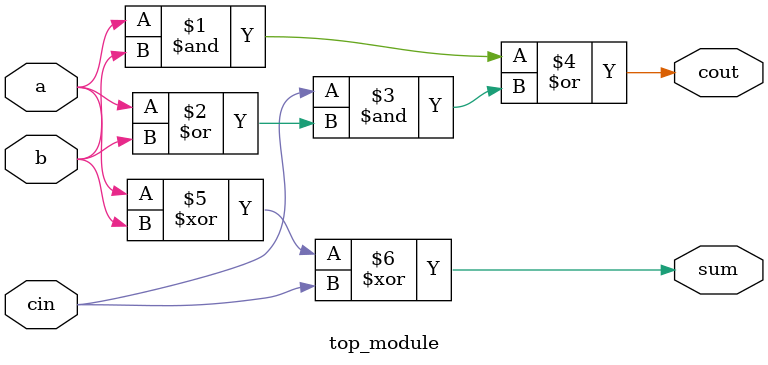
<source format=v>
module top_module( 
    input a, b, cin,
    output cout, sum );
    assign cout = (a & b) | (cin & (a | b)); 
    assign sum = (a ^ b ^ cin);
    
endmodule

</source>
